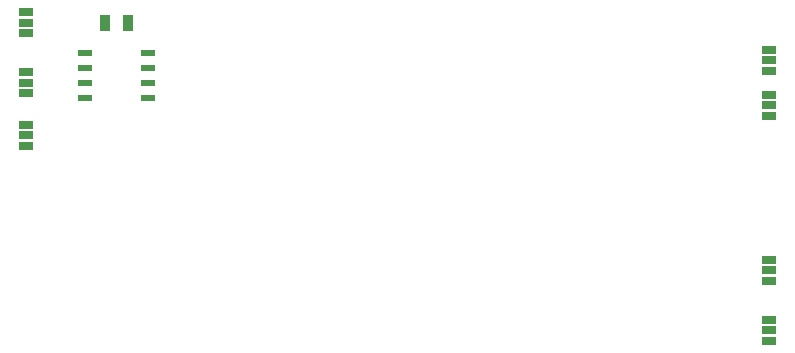
<source format=gtp>
G04 (created by PCBNEW-RS274X (2011-oct-27)-testing) date Wed 04 Jan 2012 07:42:13 AM EST*
G01*
G70*
G90*
%MOIN*%
G04 Gerber Fmt 3.4, Leading zero omitted, Abs format*
%FSLAX34Y34*%
G04 APERTURE LIST*
%ADD10C,0.006000*%
%ADD11R,0.050000X0.025000*%
%ADD12R,0.045000X0.020000*%
%ADD13R,0.035000X0.055000*%
G04 APERTURE END LIST*
G54D10*
G54D11*
X55500Y-37850D03*
X55500Y-37500D03*
X55500Y-37150D03*
X55500Y-36350D03*
X55500Y-36000D03*
X55500Y-35650D03*
X55500Y-45350D03*
X55500Y-45000D03*
X55500Y-44650D03*
X55500Y-43350D03*
X55500Y-43000D03*
X55500Y-42650D03*
X30750Y-37100D03*
X30750Y-36750D03*
X30750Y-36400D03*
X30750Y-35100D03*
X30750Y-34750D03*
X30750Y-34400D03*
X30750Y-38850D03*
X30750Y-38500D03*
X30750Y-38150D03*
G54D12*
X34800Y-35750D03*
X32700Y-35750D03*
X34800Y-36250D03*
X34800Y-36750D03*
X34800Y-37250D03*
X32700Y-36250D03*
X32700Y-36750D03*
X32700Y-37250D03*
G54D13*
X33375Y-34750D03*
X34125Y-34750D03*
M02*

</source>
